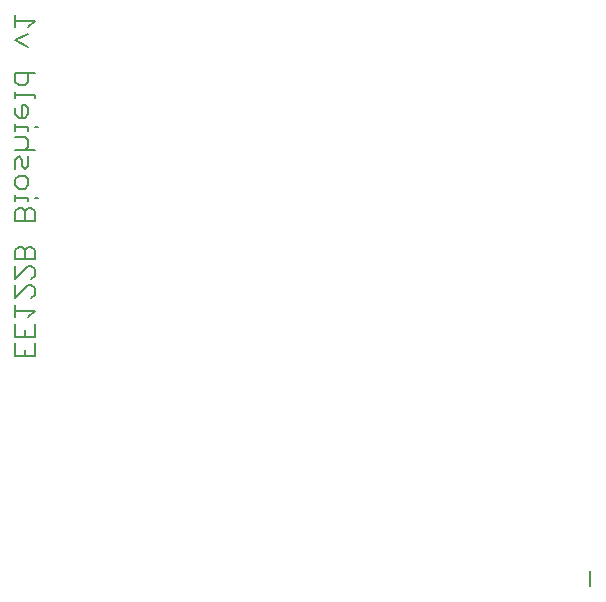
<source format=gbo>
G75*
%MOIN*%
%OFA0B0*%
%FSLAX25Y25*%
%IPPOS*%
%LPD*%
%AMOC8*
5,1,8,0,0,1.08239X$1,22.5*
%
%ADD10C,0.00600*%
%ADD11C,0.00800*%
D10*
X0010100Y0191081D02*
X0010100Y0195351D01*
X0010100Y0197526D02*
X0010100Y0201797D01*
X0010100Y0203972D02*
X0010100Y0208242D01*
X0010100Y0206107D02*
X0016505Y0206107D01*
X0014370Y0203972D01*
X0016505Y0201797D02*
X0016505Y0197526D01*
X0010100Y0197526D01*
X0013303Y0197526D02*
X0013303Y0199661D01*
X0016505Y0195351D02*
X0016505Y0191081D01*
X0010100Y0191081D01*
X0013303Y0191081D02*
X0013303Y0193216D01*
X0015438Y0210417D02*
X0016505Y0211485D01*
X0016505Y0213620D01*
X0015438Y0214688D01*
X0014370Y0214688D01*
X0010100Y0210417D01*
X0010100Y0214688D01*
X0010100Y0216863D02*
X0014370Y0221133D01*
X0015438Y0221133D01*
X0016505Y0220066D01*
X0016505Y0217930D01*
X0015438Y0216863D01*
X0010100Y0216863D02*
X0010100Y0221133D01*
X0010100Y0223308D02*
X0010100Y0226511D01*
X0011168Y0227579D01*
X0012235Y0227579D01*
X0013303Y0226511D01*
X0013303Y0223308D01*
X0016505Y0223308D02*
X0016505Y0226511D01*
X0015438Y0227579D01*
X0014370Y0227579D01*
X0013303Y0226511D01*
X0010100Y0223308D02*
X0016505Y0223308D01*
X0016505Y0236199D02*
X0010100Y0236199D01*
X0010100Y0239402D01*
X0011168Y0240470D01*
X0012235Y0240470D01*
X0013303Y0239402D01*
X0013303Y0236199D01*
X0016505Y0236199D02*
X0016505Y0239402D01*
X0015438Y0240470D01*
X0014370Y0240470D01*
X0013303Y0239402D01*
X0014370Y0242645D02*
X0014370Y0243712D01*
X0010100Y0243712D01*
X0010100Y0242645D02*
X0010100Y0244780D01*
X0011168Y0246942D02*
X0010100Y0248009D01*
X0010100Y0250145D01*
X0011168Y0251212D01*
X0013303Y0251212D01*
X0014370Y0250145D01*
X0014370Y0248009D01*
X0013303Y0246942D01*
X0011168Y0246942D01*
X0016505Y0243712D02*
X0017573Y0243712D01*
X0013303Y0253387D02*
X0014370Y0254455D01*
X0014370Y0257658D01*
X0012235Y0256590D02*
X0012235Y0254455D01*
X0013303Y0253387D01*
X0010100Y0253387D02*
X0010100Y0256590D01*
X0011168Y0257658D01*
X0012235Y0256590D01*
X0013303Y0259833D02*
X0014370Y0260900D01*
X0014370Y0263036D01*
X0013303Y0264103D01*
X0010100Y0264103D01*
X0010100Y0266278D02*
X0010100Y0268413D01*
X0010100Y0267346D02*
X0014370Y0267346D01*
X0014370Y0266278D01*
X0016505Y0267346D02*
X0017573Y0267346D01*
X0013303Y0270575D02*
X0014370Y0271643D01*
X0014370Y0273778D01*
X0013303Y0274846D01*
X0012235Y0274846D01*
X0012235Y0270575D01*
X0011168Y0270575D02*
X0013303Y0270575D01*
X0011168Y0270575D02*
X0010100Y0271643D01*
X0010100Y0273778D01*
X0010100Y0277021D02*
X0010100Y0279156D01*
X0010100Y0278088D02*
X0016505Y0278088D01*
X0016505Y0277021D01*
X0013303Y0281318D02*
X0011168Y0281318D01*
X0010100Y0282385D01*
X0010100Y0285588D01*
X0016505Y0285588D01*
X0014370Y0285588D02*
X0014370Y0282385D01*
X0013303Y0281318D01*
X0014370Y0294209D02*
X0010100Y0296344D01*
X0014370Y0298479D01*
X0014370Y0300654D02*
X0016505Y0302789D01*
X0010100Y0302789D01*
X0010100Y0300654D02*
X0010100Y0304925D01*
X0010100Y0259833D02*
X0016505Y0259833D01*
D11*
X0201800Y0119300D02*
X0201800Y0114300D01*
M02*

</source>
